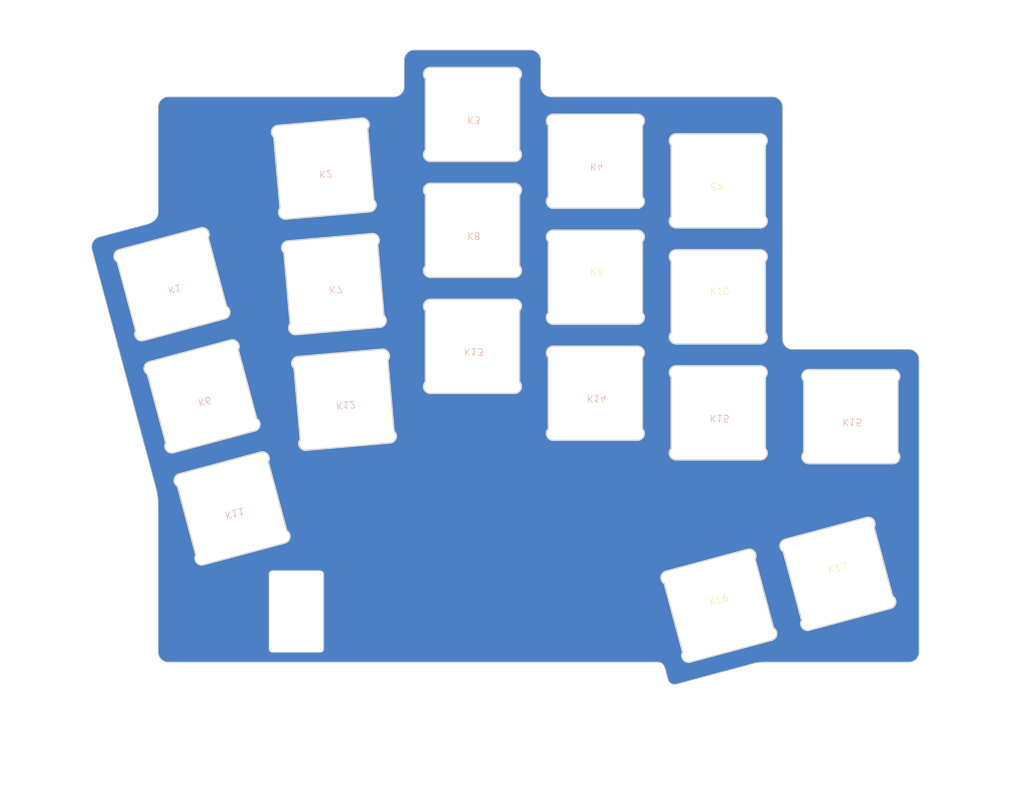
<source format=kicad_pcb>
(kicad_pcb (version 20221018) (generator pcbnew)
  (layers (0 "F.Cu" signal) (31 "B.Cu" signal) (34 "B.Paste" user) (35 "F.Paste" user) (36 "B.SilkS" user "B.Silkscreen") (37 "F.SilkS" user "F.Silkscreen") (38 "B.Mask" user) (39 "F.Mask" user) (44 "Edge.Cuts" user))
  (net 0 "")
  (net 1 "GND")
  (footprint "ssbb_parts:Kailh_Choc_Plate_Cut" (layer "F.Cu") (at 139.393033 111.495989 15)
    (fp_text reference "K16" (at 0.2 -0.8 15 unlocked) (layer "F.SilkS") (effects (font (thickness 0.1))))
    (fp_text value "SW_Push")
    (fp_line (start -6.9 -5.2) (end -6.9 5.2) (stroke (width 0.2)) (layer "Edge.Cuts"))
    (fp_line (start -6.176873 6.899999) (end 6.176872 6.9) (stroke (width 0.2)) (layer "Edge.Cuts"))
    (fp_line (start 6.176872 -6.900001) (end -6.176873 -6.9) (stroke (width 0.2)) (layer "Edge.Cuts"))
    (fp_line (start 6.9 5.2) (end 6.9 -5.2) (stroke (width 0.2)) (layer "Edge.Cuts"))
    (fp_arc (start -6.900001 -5.209286) (mid -7.096321 -6.293253) (end -6.176873 -6.9) (stroke (width 0.2)) (layer "Edge.Cuts"))
    (fp_arc (start -6.176873 6.899999) (mid -7.096339 6.29326) (end -6.9 5.209286) (stroke (width 0.2)) (layer "Edge.Cuts"))
    (fp_arc (start 6.176872 -6.900001) (mid 7.096264 -6.29324) (end 6.9 -5.209285) (stroke (width 0.2)) (layer "Edge.Cuts"))
    (fp_arc (start 6.9 5.209286) (mid 7.096261 6.293229) (end 6.176872 6.9) (stroke (width 0.2)) (layer "Edge.Cuts"))
  )
  (footprint "ssbb_parts:Kailh_Choc_Plate_Cut" (layer "F.Cu") (at 139.300888 66.230157)
    (fp_text reference "K10" (at 0.2 -0.8 unlocked) (layer "F.SilkS") (effects (font (thickness 0.1))))
    (fp_text value "SW_Push")
    (fp_line (start -6.9 -5.2) (end -6.9 5.2) (stroke (width 0.2)) (layer "Edge.Cuts"))
    (fp_line (start -6.176873 6.899999) (end 6.176872 6.9) (stroke (width 0.2)) (layer "Edge.Cuts"))
    (fp_line (start 6.176872 -6.900001) (end -6.176873 -6.9) (stroke (width 0.2)) (layer "Edge.Cuts"))
    (fp_line (start 6.9 5.2) (end 6.9 -5.2) (stroke (width 0.2)) (layer "Edge.Cuts"))
    (fp_arc (start -6.900001 -5.209286) (mid -7.096321 -6.293253) (end -6.176873 -6.9) (stroke (width 0.2)) (layer "Edge.Cuts"))
    (fp_arc (start -6.176873 6.899999) (mid -7.096339 6.29326) (end -6.9 5.209286) (stroke (width 0.2)) (layer "Edge.Cuts"))
    (fp_arc (start 6.176872 -6.900001) (mid 7.096264 -6.29324) (end 6.9 -5.209285) (stroke (width 0.2)) (layer "Edge.Cuts"))
    (fp_arc (start 6.9 5.209286) (mid 7.096261 6.293229) (end 6.176872 6.9) (stroke (width 0.2)) (layer "Edge.Cuts"))
  )
  (footprint "ssbb_parts:Kailh_Choc_Plate_Cut" (layer "F.Cu") (at 156.828001 106.824301 15)
    (fp_text reference "K17" (at 0.2 -0.8 15 unlocked) (layer "F.SilkS") (effects (font (thickness 0.1))))
    (fp_text value "SW_Push")
    (fp_line (start -6.9 -5.2) (end -6.9 5.2) (stroke (width 0.2)) (layer "Edge.Cuts"))
    (fp_line (start -6.176873 6.899999) (end 6.176872 6.9) (stroke (width 0.2)) (layer "Edge.Cuts"))
    (fp_line (start 6.176872 -6.900001) (end -6.176873 -6.9) (stroke (width 0.2)) (layer "Edge.Cuts"))
    (fp_line (start 6.9 5.2) (end 6.9 -5.2) (stroke (width 0.2)) (layer "Edge.Cuts"))
    (fp_arc (start -6.900001 -5.209286) (mid -7.096321 -6.293253) (end -6.176873 -6.9) (stroke (width 0.2)) (layer "Edge.Cuts"))
    (fp_arc (start -6.176873 6.899999) (mid -7.096339 6.29326) (end -6.9 5.209286) (stroke (width 0.2)) (layer "Edge.Cuts"))
    (fp_arc (start 6.176872 -6.900001) (mid 7.096264 -6.29324) (end 6.9 -5.209285) (stroke (width 0.2)) (layer "Edge.Cuts"))
    (fp_arc (start 6.9 5.209286) (mid 7.096261 6.293229) (end 6.176872 6.9) (stroke (width 0.2)) (layer "Edge.Cuts"))
  )
  (footprint "ssbb_parts:Kailh_Choc_Plate_Cut" (layer "F.Cu") (at 139.300882 49.230142 180)
    (fp_text reference "K5" (at 0.2 -0.8 180 unlocked) (layer "F.SilkS") (effects (font (thickness 0.1))))
    (fp_text value "SW_Push")
    (fp_line (start -6.9 -5.2) (end -6.9 5.2) (stroke (width 0.2)) (layer "Edge.Cuts"))
    (fp_line (start -6.176873 6.899999) (end 6.176872 6.9) (stroke (width 0.2)) (layer "Edge.Cuts"))
    (fp_line (start 6.176872 -6.900001) (end -6.176873 -6.9) (stroke (width 0.2)) (layer "Edge.Cuts"))
    (fp_line (start 6.9 5.2) (end 6.9 -5.2) (stroke (width 0.2)) (layer "Edge.Cuts"))
    (fp_arc (start -6.900001 -5.209286) (mid -7.096321 -6.293253) (end -6.176873 -6.9) (stroke (width 0.2)) (layer "Edge.Cuts"))
    (fp_arc (start -6.176873 6.899999) (mid -7.096339 6.29326) (end -6.9 5.209286) (stroke (width 0.2)) (layer "Edge.Cuts"))
    (fp_arc (start 6.176872 -6.900001) (mid 7.096264 -6.29324) (end 6.9 -5.209285) (stroke (width 0.2)) (layer "Edge.Cuts"))
    (fp_arc (start 6.9 5.209286) (mid 7.096261 6.293229) (end 6.176872 6.9) (stroke (width 0.2)) (layer "Edge.Cuts"))
  )
  (footprint "ssbb_parts:Kailh_Choc_Plate_Cut" (layer "F.Cu") (at 121.300889 63.350134)
    (fp_text reference "K9" (at 0.2 -0.8 unlocked) (layer "F.SilkS") (effects (font (thickness 0.1))))
    (fp_text value "SW_Push")
    (fp_line (start -6.9 -5.2) (end -6.9 5.2) (stroke (width 0.2)) (layer "Edge.Cuts"))
    (fp_line (start -6.176873 6.899999) (end 6.176872 6.9) (stroke (width 0.2)) (layer "Edge.Cuts"))
    (fp_line (start 6.176872 -6.900001) (end -6.176873 -6.9) (stroke (width 0.2)) (layer "Edge.Cuts"))
    (fp_line (start 6.9 5.2) (end 6.9 -5.2) (stroke (width 0.2)) (layer "Edge.Cuts"))
    (fp_arc (start -6.900001 -5.209286) (mid -7.096321 -6.293253) (end -6.176873 -6.9) (stroke (width 0.2)) (layer "Edge.Cuts"))
    (fp_arc (start -6.176873 6.899999) (mid -7.096339 6.29326) (end -6.9 5.209286) (stroke (width 0.2)) (layer "Edge.Cuts"))
    (fp_arc (start 6.176872 -6.900001) (mid 7.096264 -6.29324) (end 6.9 -5.209285) (stroke (width 0.2)) (layer "Edge.Cuts"))
    (fp_arc (start 6.9 5.209286) (mid 7.096261 6.293229) (end 6.176872 6.9) (stroke (width 0.2)) (layer "Edge.Cuts"))
  )
  (footprint "ssbb_parts:Kailh_Choc_Plate_Cut" (layer "B.Cu") (at 68.088257 97.237711 15)
    (fp_text reference "K11" (at 0.2 0.8 195 unlocked) (layer "B.SilkS") (effects (font (thickness 0.1)) (justify mirror)))
    (fp_text value "SW_Push")
    (fp_line (start -6.9 5.2) (end -6.9 -5.2) (stroke (width 0.2)) (layer "Edge.Cuts"))
    (fp_line (start -6.176873 -6.899999) (end 6.176872 -6.9) (stroke (width 0.2)) (layer "Edge.Cuts"))
    (fp_line (start 6.176872 6.900001) (end -6.176873 6.9) (stroke (width 0.2)) (layer "Edge.Cuts"))
    (fp_line (start 6.9 -5.2) (end 6.9 5.2) (stroke (width 0.2)) (layer "Edge.Cuts"))
    (fp_arc (start -6.9 -5.209286) (mid -7.096339 -6.293261) (end -6.176873 -6.899999) (stroke (width 0.2)) (layer "Edge.Cuts"))
    (fp_arc (start -6.176873 6.9) (mid -7.096321 6.293253) (end -6.900001 5.209286) (stroke (width 0.2)) (layer "Edge.Cuts"))
    (fp_arc (start 6.176872 -6.9) (mid 7.096261 -6.293228) (end 6.9 -5.209286) (stroke (width 0.2)) (layer "Edge.Cuts"))
    (fp_arc (start 6.9 5.209285) (mid 7.096286 6.293257) (end 6.176872 6.900001) (stroke (width 0.2)) (layer "Edge.Cuts"))
  )
  (footprint "ssbb_parts:Kailh_Choc_Plate_Cut" (layer "B.Cu") (at 121.300866 46.350145)
    (fp_text reference "K4" (at 0.2 0.8 180 unlocked) (layer "B.SilkS") (effects (font (thickness 0.1)) (justify mirror)))
    (fp_text value "SW_Push")
    (fp_line (start -6.9 5.2) (end -6.9 -5.2) (stroke (width 0.2)) (layer "Edge.Cuts"))
    (fp_line (start -6.176873 -6.899999) (end 6.176872 -6.9) (stroke (width 0.2)) (layer "Edge.Cuts"))
    (fp_line (start 6.176872 6.900001) (end -6.176873 6.9) (stroke (width 0.2)) (layer "Edge.Cuts"))
    (fp_line (start 6.9 -5.2) (end 6.9 5.2) (stroke (width 0.2)) (layer "Edge.Cuts"))
    (fp_arc (start -6.9 -5.209286) (mid -7.096339 -6.293261) (end -6.176873 -6.899999) (stroke (width 0.2)) (layer "Edge.Cuts"))
    (fp_arc (start -6.176873 6.9) (mid -7.096321 6.293253) (end -6.900001 5.209286) (stroke (width 0.2)) (layer "Edge.Cuts"))
    (fp_arc (start 6.176872 -6.9) (mid 7.096261 -6.293228) (end 6.9 -5.209286) (stroke (width 0.2)) (layer "Edge.Cuts"))
    (fp_arc (start 6.9 5.209285) (mid 7.096286 6.293257) (end 6.176872 6.900001) (stroke (width 0.2)) (layer "Edge.Cuts"))
  )
  (footprint "ssbb_parts:Kailh_Choc_Plate_Cut" (layer "B.Cu") (at 103.300883 39.490138)
    (fp_text reference "K3" (at 0.2 0.8 180 unlocked) (layer "B.SilkS") (effects (font (thickness 0.1)) (justify mirror)))
    (fp_text value "SW_Push")
    (fp_line (start -6.9 5.2) (end -6.9 -5.2) (stroke (width 0.2)) (layer "Edge.Cuts"))
    (fp_line (start -6.176873 -6.899999) (end 6.176872 -6.9) (stroke (width 0.2)) (layer "Edge.Cuts"))
    (fp_line (start 6.176872 6.900001) (end -6.176873 6.9) (stroke (width 0.2)) (layer "Edge.Cuts"))
    (fp_line (start 6.9 -5.2) (end 6.9 5.2) (stroke (width 0.2)) (layer "Edge.Cuts"))
    (fp_arc (start -6.9 -5.209286) (mid -7.096339 -6.293261) (end -6.176873 -6.899999) (stroke (width 0.2)) (layer "Edge.Cuts"))
    (fp_arc (start -6.176873 6.9) (mid -7.096321 6.293253) (end -6.900001 5.209286) (stroke (width 0.2)) (layer "Edge.Cuts"))
    (fp_arc (start 6.176872 -6.9) (mid 7.096261 -6.293228) (end 6.9 -5.209286) (stroke (width 0.2)) (layer "Edge.Cuts"))
    (fp_arc (start 6.9 5.209285) (mid 7.096286 6.293257) (end 6.176872 6.900001) (stroke (width 0.2)) (layer "Edge.Cuts"))
  )
  (footprint "ssbb_parts:Kailh_Choc_Plate_Cut" (layer "B.Cu") (at 84.492189 81.305259 5)
    (fp_text reference "K12" (at 0.2 0.8 185 unlocked) (layer "B.SilkS") (effects (font (thickness 0.1)) (justify mirror)))
    (fp_text value "SW_Push")
    (fp_line (start -6.9 5.2) (end -6.9 -5.2) (stroke (width 0.2)) (layer "Edge.Cuts"))
    (fp_line (start -6.176873 -6.899999) (end 6.176872 -6.9) (stroke (width 0.2)) (layer "Edge.Cuts"))
    (fp_line (start 6.176872 6.900001) (end -6.176873 6.9) (stroke (width 0.2)) (layer "Edge.Cuts"))
    (fp_line (start 6.9 -5.2) (end 6.9 5.2) (stroke (width 0.2)) (layer "Edge.Cuts"))
    (fp_arc (start -6.9 -5.209286) (mid -7.096339 -6.293261) (end -6.176873 -6.899999) (stroke (width 0.2)) (layer "Edge.Cuts"))
    (fp_arc (start -6.176873 6.9) (mid -7.096321 6.293253) (end -6.900001 5.209286) (stroke (width 0.2)) (layer "Edge.Cuts"))
    (fp_arc (start 6.176872 -6.9) (mid 7.096261 -6.293228) (end 6.9 -5.209286) (stroke (width 0.2)) (layer "Edge.Cuts"))
    (fp_arc (start 6.9 5.209285) (mid 7.096286 6.293257) (end 6.176872 6.900001) (stroke (width 0.2)) (layer "Edge.Cuts"))
  )
  (footprint "ssbb_parts:Kailh_Choc_Plate_Cut" (layer "B.Cu") (at 59.283244 64.376864 15)
    (fp_text reference "K1" (at 0.2 0.8 195 unlocked) (layer "B.SilkS") (effects (font (thickness 0.1)) (justify mirror)))
    (fp_text value "SW_Push")
    (fp_line (start -6.9 5.2) (end -6.9 -5.2) (stroke (width 0.2)) (layer "Edge.Cuts"))
    (fp_line (start -6.176873 -6.899999) (end 6.176872 -6.9) (stroke (width 0.2)) (layer "Edge.Cuts"))
    (fp_line (start 6.176872 6.900001) (end -6.176873 6.9) (stroke (width 0.2)) (layer "Edge.Cuts"))
    (fp_line (start 6.9 -5.2) (end 6.9 5.2) (stroke (width 0.2)) (layer "Edge.Cuts"))
    (fp_arc (start -6.9 -5.209286) (mid -7.096339 -6.293261) (end -6.176873 -6.899999) (stroke (width 0.2)) (layer "Edge.Cuts"))
    (fp_arc (start -6.176873 6.9) (mid -7.096321 6.293253) (end -6.900001 5.209286) (stroke (width 0.2)) (layer "Edge.Cuts"))
    (fp_arc (start 6.176872 -6.9) (mid 7.096261 -6.293228) (end 6.9 -5.209286) (stroke (width 0.2)) (layer "Edge.Cuts"))
    (fp_arc (start 6.9 5.209285) (mid 7.096286 6.293257) (end 6.176872 6.900001) (stroke (width 0.2)) (layer "Edge.Cuts"))
  )
  (footprint "ssbb_parts:Kailh_Choc_Plate_Cut" (layer "B.Cu") (at 63.686884 80.811457 15)
    (fp_text reference "K6" (at 0.2 0.8 195 unlocked) (layer "B.SilkS") (effects (font (thickness 0.1)) (justify mirror)))
    (fp_text value "SW_Push")
    (fp_line (start -6.9 5.2) (end -6.9 -5.2) (stroke (width 0.2)) (layer "Edge.Cuts"))
    (fp_line (start -6.176873 -6.899999) (end 6.176872 -6.9) (stroke (width 0.2)) (layer "Edge.Cuts"))
    (fp_line (start 6.176872 6.900001) (end -6.176873 6.9) (stroke (width 0.2)) (layer "Edge.Cuts"))
    (fp_line (start 6.9 -5.2) (end 6.9 5.2) (stroke (width 0.2)) (layer "Edge.Cuts"))
    (fp_arc (start -6.9 -5.209286) (mid -7.096339 -6.293261) (end -6.176873 -6.899999) (stroke (width 0.2)) (layer "Edge.Cuts"))
    (fp_arc (start -6.176873 6.9) (mid -7.096321 6.293253) (end -6.900001 5.209286) (stroke (width 0.2)) (layer "Edge.Cuts"))
    (fp_arc (start 6.176872 -6.9) (mid 7.096261 -6.293228) (end 6.9 -5.209286) (stroke (width 0.2)) (layer "Edge.Cuts"))
    (fp_arc (start 6.9 5.209285) (mid 7.096286 6.293257) (end 6.176872 6.900001) (stroke (width 0.2)) (layer "Edge.Cuts"))
  )
  (footprint "ssbb_parts:Kailh_Choc_Plate_Cut" (layer "B.Cu") (at 121.300884 80.355141)
    (fp_text reference "K14" (at 0.2 0.8 180 unlocked) (layer "B.SilkS") (effects (font (thickness 0.1)) (justify mirror)))
    (fp_text value "SW_Push")
    (fp_line (start -6.9 5.2) (end -6.9 -5.2) (stroke (width 0.2)) (layer "Edge.Cuts"))
    (fp_line (start -6.176873 -6.899999) (end 6.176872 -6.9) (stroke (width 0.2)) (layer "Edge.Cuts"))
    (fp_line (start 6.176872 6.900001) (end -6.176873 6.9) (stroke (width 0.2)) (layer "Edge.Cuts"))
    (fp_line (start 6.9 -5.2) (end 6.9 5.2) (stroke (width 0.2)) (layer "Edge.Cuts"))
    (fp_arc (start -6.9 -5.209286) (mid -7.096339 -6.293261) (end -6.176873 -6.899999) (stroke (width 0.2)) (layer "Edge.Cuts"))
    (fp_arc (start -6.176873 6.9) (mid -7.096321 6.293253) (end -6.900001 5.209286) (stroke (width 0.2)) (layer "Edge.Cuts"))
    (fp_arc (start 6.176872 -6.9) (mid 7.096261 -6.293228) (end 6.9 -5.209286) (stroke (width 0.2)) (layer "Edge.Cuts"))
    (fp_arc (start 6.9 5.209285) (mid 7.096286 6.293257) (end 6.176872 6.900001) (stroke (width 0.2)) (layer "Edge.Cuts"))
  )
  (footprint "ssbb_parts:Kailh_Choc_Plate_Cut" (layer "B.Cu") (at 81.528529 47.429739 5)
    (fp_text reference "K2" (at 0.2 0.8 185 unlocked) (layer "B.SilkS") (effects (font (thickness 0.1)) (justify mirror)))
    (fp_text value "SW_Push")
    (fp_line (start -6.9 5.2) (end -6.9 -5.2) (stroke (width 0.2)) (layer "Edge.Cuts"))
    (fp_line (start -6.176873 -6.899999) (end 6.176872 -6.9) (stroke (width 0.2)) (layer "Edge.Cuts"))
    (fp_line (start 6.176872 6.900001) (end -6.176873 6.9) (stroke (width 0.2)) (layer "Edge.Cuts"))
    (fp_line (start 6.9 -5.2) (end 6.9 5.2) (stroke (width 0.2)) (layer "Edge.Cuts"))
    (fp_arc (start -6.9 -5.209286) (mid -7.096339 -6.293261) (end -6.176873 -6.899999) (stroke (width 0.2)) (layer "Edge.Cuts"))
    (fp_arc (start -6.176873 6.9) (mid -7.096321 6.293253) (end -6.900001 5.209286) (stroke (width 0.2)) (layer "Edge.Cuts"))
    (fp_arc (start 6.176872 -6.9) (mid 7.096261 -6.293228) (end 6.9 -5.209286) (stroke (width 0.2)) (layer "Edge.Cuts"))
    (fp_arc (start 6.9 5.209285) (mid 7.096286 6.293257) (end 6.176872 6.900001) (stroke (width 0.2)) (layer "Edge.Cuts"))
  )
  (footprint "ssbb_parts:Kailh_Choc_Plate_Cut" (layer "B.Cu") (at 103.30087 56.480142)
    (fp_text reference "K8" (at 0.2 0.8 180 unlocked) (layer "B.SilkS") (effects (font (thickness 0.1)) (justify mirror)))
    (fp_text value "SW_Push")
    (fp_line (start -6.9 5.2) (end -6.9 -5.2) (stroke (width 0.2)) (layer "Edge.Cuts"))
    (fp_line (start -6.176873 -6.899999) (end 6.176872 -6.9) (stroke (width 0.2)) (layer "Edge.Cuts"))
    (fp_line (start 6.176872 6.900001) (end -6.176873 6.9) (stroke (width 0.2)) (layer "Edge.Cuts"))
    (fp_line (start 6.9 -5.2) (end 6.9 5.2) (stroke (width 0.2)) (layer "Edge.Cuts"))
    (fp_arc (start -6.9 -5.209286) (mid -7.096339 -6.293261) (end -6.176873 -6.899999) (stroke (width 0.2)) (layer "Edge.Cuts"))
    (fp_arc (start -6.176873 6.9) (mid -7.096321 6.293253) (end -6.900001 5.209286) (stroke (width 0.2)) (layer "Edge.Cuts"))
    (fp_arc (start 6.176872 -6.9) (mid 7.096261 -6.293228) (end 6.9 -5.209286) (stroke (width 0.2)) (layer "Edge.Cuts"))
    (fp_arc (start 6.9 5.209285) (mid 7.096286 6.293257) (end 6.176872 6.900001) (stroke (width 0.2)) (layer "Edge.Cuts"))
  )
  (footprint "ssbb_parts:Kailh_Choc_Plate_Cut" (layer "B.Cu") (at 103.300879 73.480146)
    (fp_text reference "K13" (at 0.2 0.8 180 unlocked) (layer "B.SilkS") (effects (font (thickness 0.1)) (justify mirror)))
    (fp_text value "SW_Push")
    (fp_line (start -6.9 5.2) (end -6.9 -5.2) (stroke (width 0.2)) (layer "Edge.Cuts"))
    (fp_line (start -6.176873 -6.899999) (end 6.176872 -6.9) (stroke (width 0.2)) (layer "Edge.Cuts"))
    (fp_line (start 6.176872 6.900001) (end -6.176873 6.9) (stroke (width 0.2)) (layer "Edge.Cuts"))
    (fp_line (start 6.9 -5.2) (end 6.9 5.2) (stroke (width 0.2)) (layer "Edge.Cuts"))
    (fp_arc (start -6.9 -5.209286) (mid -7.096339 -6.293261) (end -6.176873 -6.899999) (stroke (width 0.2)) (layer "Edge.Cuts"))
    (fp_arc (start -6.176873 6.9) (mid -7.096321 6.293253) (end -6.900001 5.209286) (stroke (width 0.2)) (layer "Edge.Cuts"))
    (fp_arc (start 6.176872 -6.9) (mid 7.096261 -6.293228) (end 6.9 -5.209286) (stroke (width 0.2)) (layer "Edge.Cuts"))
    (fp_arc (start 6.9 5.209285) (mid 7.096286 6.293257) (end 6.176872 6.900001) (stroke (width 0.2)) (layer "Edge.Cuts"))
  )
  (footprint "ssbb_parts:Kailh_Choc_Plate_Cut" (layer "B.Cu") (at 83.010117 64.365063 5)
    (fp_text reference "K7" (at 0.2 0.8 185 unlocked) (layer "B.SilkS") (effects (font (thickness 0.1)) (justify mirror)))
    (fp_text value "SW_Push")
    (fp_line (start -6.9 5.2) (end -6.9 -5.2) (stroke (width 0.2)) (layer "Edge.Cuts"))
    (fp_line (start -6.176873 -6.899999) (end 6.176872 -6.9) (stroke (width 0.2)) (layer "Edge.Cuts"))
    (fp_line (start 6.176872 6.900001) (end -6.176873 6.9) (stroke (width 0.2)) (layer "Edge.Cuts"))
    (fp_line (start 6.9 -5.2) (end 6.9 5.2) (stroke (width 0.2)) (layer "Edge.Cuts"))
    (fp_arc (start -6.9 -5.209286) (mid -7.096339 -6.293261) (end -6.176873 -6.899999) (stroke (width 0.2)) (layer "Edge.Cuts"))
    (fp_arc (start -6.176873 6.9) (mid -7.096321 6.293253) (end -6.900001 5.209286) (stroke (width 0.2)) (layer "Edge.Cuts"))
    (fp_arc (start 6.176872 -6.9) (mid 7.096261 -6.293228) (end 6.9 -5.209286) (stroke (width 0.2)) (layer "Edge.Cuts"))
    (fp_arc (start 6.9 5.209285) (mid 7.096286 6.293257) (end 6.176872 6.900001) (stroke (width 0.2)) (layer "Edge.Cuts"))
  )
  (footprint "ssbb_parts:Kailh_Choc_Plate_Cut" (layer "B.Cu") (at 158.721297 83.780424)
    (fp_text reference "K15" (at 0.2 0.8 180 unlocked) (layer "B.SilkS") (effects (font (thickness 0.1)) (justify mirror)))
    (fp_text value "SW_Push")
    (fp_line (start -6.9 5.2) (end -6.9 -5.2) (stroke (width 0.2)) (layer "Edge.Cuts"))
    (fp_line (start -6.176873 -6.899999) (end 6.176872 -6.9) (stroke (width 0.2)) (layer "Edge.Cuts"))
    (fp_line (start 6.176872 6.900001) (end -6.176873 6.9) (stroke (width 0.2)) (layer "Edge.Cuts"))
    (fp_line (start 6.9 -5.2) (end 6.9 5.2) (stroke (width 0.2)) (layer "Edge.Cuts"))
    (fp_arc (start -6.9 -5.209286) (mid -7.096339 -6.293261) (end -6.176873 -6.899999) (stroke (width 0.2)) (layer "Edge.Cuts"))
    (fp_arc (start -6.176873 6.9) (mid -7.096321 6.293253) (end -6.900001 5.209286) (stroke (width 0.2)) (layer "Edge.Cuts"))
    (fp_arc (start 6.176872 -6.9) (mid 7.096261 -6.293228) (end 6.9 -5.209286) (stroke (width 0.2)) (layer "Edge.Cuts"))
    (fp_arc (start 6.9 5.209285) (mid 7.096286 6.293257) (end 6.176872 6.900001) (stroke (width 0.2)) (layer "Edge.Cuts"))
  )
  (footprint "ssbb_parts:Kailh_Choc_Plate_Cut" (layer "B.Cu") (at 139.30088 83.23013)
    (fp_text reference "K15" (at 0.2 0.8 180 unlocked) (layer "B.SilkS") (effects (font (thickness 0.1)) (justify mirror)))
    (fp_text value "SW_Push")
    (fp_line (start -6.9 5.2) (end -6.9 -5.2) (stroke (width 0.2)) (layer "Edge.Cuts"))
    (fp_line (start -6.176873 -6.899999) (end 6.176872 -6.9) (stroke (width 0.2)) (layer "Edge.Cuts"))
    (fp_line (start 6.176872 6.900001) (end -6.176873 6.9) (stroke (width 0.2)) (layer "Edge.Cuts"))
    (fp_line (start 6.9 -5.2) (end 6.9 5.2) (stroke (width 0.2)) (layer "Edge.Cuts"))
    (fp_arc (start -6.9 -5.209286) (mid -7.096339 -6.293261) (end -6.176873 -6.899999) (stroke (width 0.2)) (layer "Edge.Cuts"))
    (fp_arc (start -6.176873 6.9) (mid -7.096321 6.293253) (end -6.900001 5.209286) (stroke (width 0.2)) (layer "Edge.Cuts"))
    (fp_arc (start 6.176872 -6.9) (mid 7.096261 -6.293228) (end 6.9 -5.209286) (stroke (width 0.2)) (layer "Edge.Cuts"))
    (fp_arc (start 6.9 5.209285) (mid 7.096286 6.293257) (end 6.176872 6.900001) (stroke (width 0.2)) (layer "Edge.Cuts"))
  )
  (gr_arc (start 114.800875 36.900146) (mid 113.740242 36.460769) (end 113.30088 35.400141) (stroke (width 0.1)) (layer "Edge.Cuts"))
  (gr_line (start 73.5 106.85) (end 73.5 117.85) (stroke (width 0.05)) (layer "Edge.Cuts"))
  (gr_line (start 81.5 117.85) (end 81.5 106.85) (stroke (width 0.05)) (layer "Edge.Cuts"))
  (gr_arc (start 81 106.35) (mid 81.353553 106.496447) (end 81.5 106.85) (stroke (width 0.05)) (layer "Edge.Cuts"))
  (gr_curve (pts (xy 144.266638 120.025235) (xy 145.040531 119.768464) (xy 145.690735 119.805628) (xy 146.230329 119.780423)) (stroke (width 0.1)) (layer "Edge.Cuts"))
  (gr_line (start 47.566384 59.285938) (end 56.883858 94.059272) (stroke (width 0.1)) (layer "Edge.Cuts"))
  (gr_line (start 168.721295 75.419054) (end 168.721295 118.280424) (stroke (width 0.1)) (layer "Edge.Cuts"))
  (gr_arc (start 150.221295 73.919054) (mid 149.160635 73.479714) (end 148.721295 72.419054) (stroke (width 0.1)) (layer "Edge.Cuts"))
  (gr_line (start 131.933747 122.294544) (end 131.545514 120.845659) (stroke (width 0.1)) (layer "Edge.Cuts"))
  (gr_arc (start 57.272096 38.400141) (mid 57.711391 37.339424) (end 58.772093 36.900142) (stroke (width 0.1)) (layer "Edge.Cuts"))
  (gr_line (start 167.221295 73.919054) (end 150.221295 73.919054) (stroke (width 0.1)) (layer "Edge.Cuts"))
  (gr_arc (start 81.5 117.85) (mid 81.353553 118.203553) (end 81 118.35) (stroke (width 0.05)) (layer "Edge.Cuts"))
  (gr_arc (start 133.158492 123.001653) (mid 132.399641 122.90179) (end 131.933747 122.294544) (stroke (width 0.1)) (layer "Edge.Cuts"))
  (gr_arc (start 111.800875 30.040141) (mid 112.861574 30.47944) (end 113.300882 31.54014) (stroke (width 0.1)) (layer "Edge.Cuts"))
  (gr_curve (pts (xy 56.883863 94.058165) (xy 57.023718 94.621088) (xy 57.271206 95.559271) (xy 57.272088 97.008159)) (stroke (width 0.1)) (layer "Edge.Cuts"))
  (gr_arc (start 168.721297 118.280424) (mid 168.281979 119.341096) (end 167.221299 119.780421) (stroke (width 0.1)) (layer "Edge.Cuts"))
  (gr_line (start 57.272098 53.63042) (end 57.272096 38.400141) (stroke (width 0.1)) (layer "Edge.Cuts"))
  (gr_line (start 94.800882 30.040135) (end 111.800875 30.040141) (stroke (width 0.1)) (layer "Edge.Cuts"))
  (gr_arc (start 58.772095 119.780422) (mid 57.71146 119.341053) (end 57.272093 118.280423) (stroke (width 0.1)) (layer "Edge.Cuts"))
  (gr_line (start 57.272088 97.008159) (end 57.272093 118.280423) (stroke (width 0.1)) (layer "Edge.Cuts"))
  (gr_line (start 58.772093 36.900142) (end 91.800883 36.900146) (stroke (width 0.1)) (layer "Edge.Cuts"))
  (gr_line (start 148.721295 72.419054) (end 148.721295 38.400146) (stroke (width 0.1)) (layer "Edge.Cuts"))
  (gr_arc (start 47.566384 59.285938) (mid 47.716278 58.147745) (end 48.627035 57.448825) (stroke (width 0.1)) (layer "Edge.Cuts"))
  (gr_arc (start 73.5 106.85) (mid 73.646447 106.496447) (end 74 106.35) (stroke (width 0.05)) (layer "Edge.Cuts"))
  (gr_line (start 93.300882 31.540138) (end 93.300878 35.400143) (stroke (width 0.1)) (layer "Edge.Cuts"))
  (gr_curve (pts (xy 130.286696 119.780423) (xy 130.945517 119.768464) (xy 131.268824 119.919596) (xy 131.545514 120.845659)) (stroke (width 0.1)) (layer "Edge.Cuts"))
  (gr_line (start 114.800875 36.900146) (end 147.221295 36.900146) (stroke (width 0.1)) (layer "Edge.Cuts"))
  (gr_arc (start 167.221295 73.919054) (mid 168.281955 74.358394) (end 168.721295 75.419054) (stroke (width 0.1)) (layer "Edge.Cuts"))
  (gr_arc (start 74 118.35) (mid 73.646447 118.203553) (end 73.5 117.85) (stroke (width 0.05)) (layer "Edge.Cuts"))
  (gr_arc (start 147.221295 36.900146) (mid 148.281955 37.339486) (end 148.721295 38.400146) (stroke (width 0.1)) (layer "Edge.Cuts"))
  (gr_line (start 167.221299 119.780421) (end 146.230329 119.780423) (stroke (width 0.1)) (layer "Edge.Cuts"))
  (gr_line (start 74 118.35) (end 81 118.35) (stroke (width 0.05)) (layer "Edge.Cuts"))
  (gr_arc (start 93.300878 35.400143) (mid 92.861494 36.460736) (end 91.800883 36.900146) (stroke (width 0.1)) (layer "Edge.Cuts"))
  (gr_line (start 130.286696 119.780423) (end 58.772095 119.780421) (stroke (width 0.1)) (layer "Edge.Cuts"))
  (gr_line (start 48.627035 57.448825) (end 55.823183 55.520622) (stroke (width 0.1)) (layer "Edge.Cuts"))
  (gr_curve (pts (xy 55.822092 55.520623) (xy 56.911408 55.13042) (xy 57.287484 54.480235) (xy 57.272098 53.63042)) (stroke (width 0.1)) (layer "Edge.Cuts"))
  (gr_line (start 113.300882 31.54014) (end 113.300882 35.400146) (stroke (width 0.1)) (layer "Edge.Cuts"))
  (gr_line (start 81 106.35) (end 74 106.35) (stroke (width 0.05)) (layer "Edge.Cuts"))
  (gr_line (start 133.158492 123.001653) (end 144.266638 120.025235) (stroke (width 0.1)) (layer "Edge.Cuts"))
  (gr_arc (start 93.300882 31.540138) (mid 93.740237 30.479476) (end 94.800882 30.040135) (stroke (width 0.1)) (layer "Edge.Cuts"))
  (zone (net 1) (net_name "GND") (layers "F&B.Cu") (connect_pads (clearance 0)) (min_thickness 0.254) (fill yes (thermal_gap 0.508) (thermal_bridge_width 0.508))
    (polygon (pts (xy 35.097123 22.722145) (xy 184.097139 22.722145) (xy 183.097142 139.722149) (xy 34.097131 139.722148)))
  )
)
</source>
